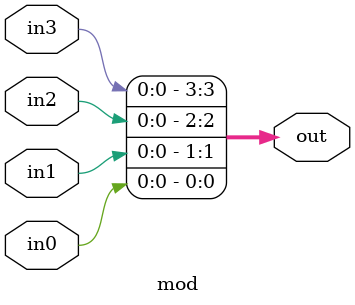
<source format=sv>
module mod (
  input logic in0,
  input logic in1,
  input logic in2,
  input logic in3,
  output logic [3:0] out
);

always_comb begin
  out[0] = in0;
  out[1] = in1;
  out[2] = in2;
  out[3] = in3;
end
endmodule   // mod


</source>
